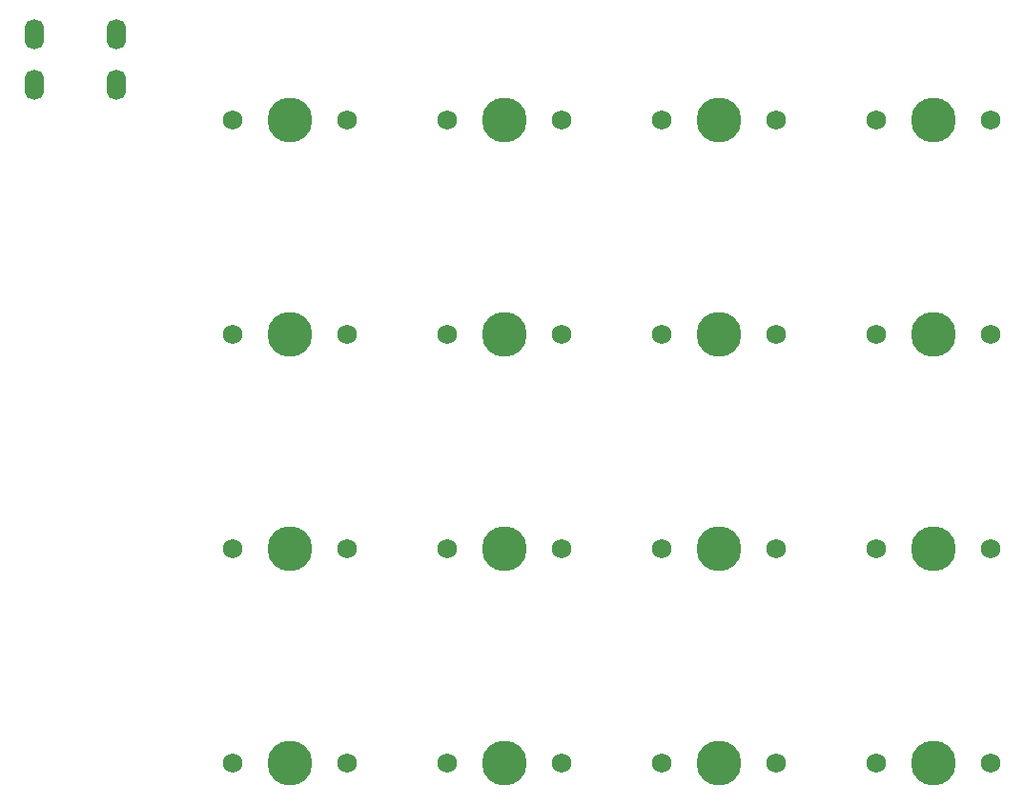
<source format=gbr>
%TF.GenerationSoftware,KiCad,Pcbnew,8.0.0*%
%TF.CreationDate,2025-01-29T17:19:00-08:00*%
%TF.ProjectId,IEEE-Macropad,49454545-2d4d-4616-9372-6f7061642e6b,rev?*%
%TF.SameCoordinates,Original*%
%TF.FileFunction,Soldermask,Top*%
%TF.FilePolarity,Negative*%
%FSLAX46Y46*%
G04 Gerber Fmt 4.6, Leading zero omitted, Abs format (unit mm)*
G04 Created by KiCad (PCBNEW 8.0.0) date 2025-01-29 17:19:00*
%MOMM*%
%LPD*%
G01*
G04 APERTURE LIST*
%ADD10C,1.750000*%
%ADD11C,3.987800*%
%ADD12O,1.700000X2.700000*%
G04 APERTURE END LIST*
D10*
%TO.C,MX6*%
X171132500Y-53181250D03*
D11*
X176212500Y-53181250D03*
D10*
X181292500Y-53181250D03*
%TD*%
%TO.C,MX11*%
X190182500Y-72231250D03*
D11*
X195262500Y-72231250D03*
D10*
X200342500Y-72231250D03*
%TD*%
%TO.C,MX16*%
X209232500Y-91281250D03*
D11*
X214312500Y-91281250D03*
D10*
X219392500Y-91281250D03*
%TD*%
%TO.C,MX8*%
X209232500Y-53181250D03*
D11*
X214312500Y-53181250D03*
D10*
X219392500Y-53181250D03*
%TD*%
%TO.C,MX4*%
X209232500Y-34131250D03*
D11*
X214312500Y-34131250D03*
D10*
X219392500Y-34131250D03*
%TD*%
%TO.C,MX3*%
X190182500Y-34131250D03*
D11*
X195262500Y-34131250D03*
D10*
X200342500Y-34131250D03*
%TD*%
%TO.C,MX5*%
X152082500Y-53181250D03*
D11*
X157162500Y-53181250D03*
D10*
X162242500Y-53181250D03*
%TD*%
%TO.C,MX1*%
X152082500Y-34131250D03*
D11*
X157162500Y-34131250D03*
D10*
X162242500Y-34131250D03*
%TD*%
%TO.C,MX12*%
X209232500Y-72231250D03*
D11*
X214312500Y-72231250D03*
D10*
X219392500Y-72231250D03*
%TD*%
%TO.C,MX15*%
X190182500Y-91281250D03*
D11*
X195262500Y-91281250D03*
D10*
X200342500Y-91281250D03*
%TD*%
%TO.C,MX2*%
X171132500Y-34131250D03*
D11*
X176212500Y-34131250D03*
D10*
X181292500Y-34131250D03*
%TD*%
%TO.C,MX9*%
X152082500Y-72231250D03*
D11*
X157162500Y-72231250D03*
D10*
X162242500Y-72231250D03*
%TD*%
%TO.C,MX7*%
X190182500Y-53181250D03*
D11*
X195262500Y-53181250D03*
D10*
X200342500Y-53181250D03*
%TD*%
%TO.C,MX10*%
X171132500Y-72231250D03*
D11*
X176212500Y-72231250D03*
D10*
X181292500Y-72231250D03*
%TD*%
%TO.C,MX14*%
X171132500Y-91281250D03*
D11*
X176212500Y-91281250D03*
D10*
X181292500Y-91281250D03*
%TD*%
%TO.C,MX13*%
X152082500Y-91281250D03*
D11*
X157162500Y-91281250D03*
D10*
X162242500Y-91281250D03*
%TD*%
D12*
%TO.C,USB1*%
X141768750Y-26456250D03*
X134468750Y-26456250D03*
X141768750Y-30956250D03*
X134468750Y-30956250D03*
%TD*%
M02*

</source>
